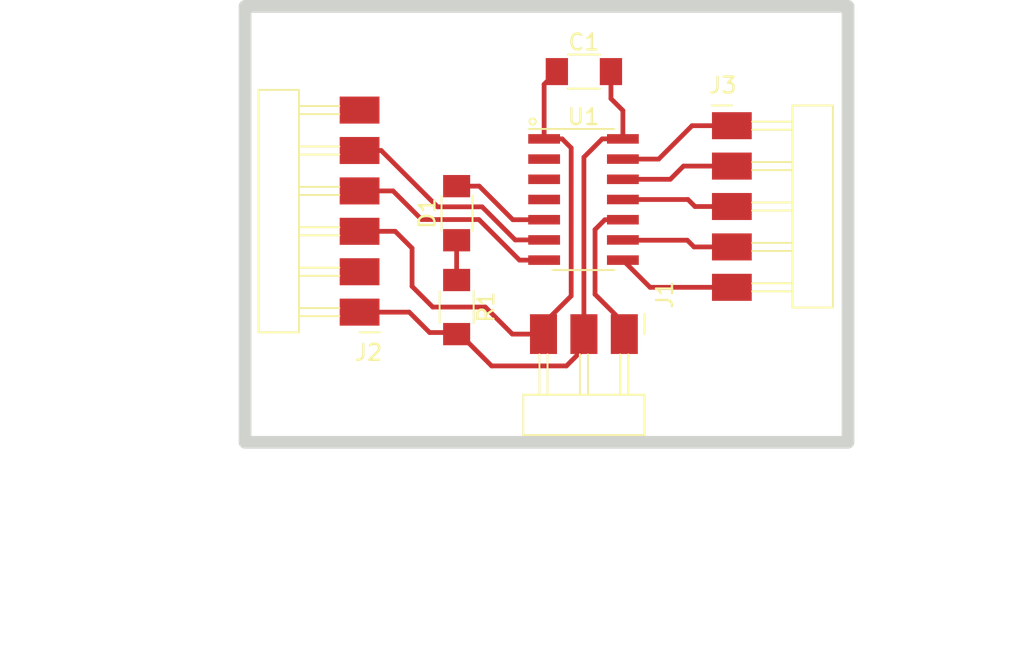
<source format=kicad_pcb>
(kicad_pcb (version 20240108) (generator "pcbnew") (generator_version "8.0")
  (layers (0 "F.Cu" signal) (31 "B.Cu" signal) (34 "B.Paste" user) (35 "F.Paste" user) (36 "B.SilkS" user "B.Silkscreen") (37 "F.SilkS" user "F.Silkscreen") (38 "B.Mask" user) (39 "F.Mask" user) (44 "Edge.Cuts" user))
  (net 0 "")
  (net 1 "VCC")
  (net 2 "GND")
  (net 3 "Net-(D1-K)")
  (net 4 "LED")
  (net 5 "UPDI")
  (net 6 "TX-FTDI")
  (net 7 "RX-FTDI")
  (net 10 "PA4")
  (net 11 "PA6")
  (net 12 "PA3")
  (net 13 "PA2")
  (net 14 "PA5")
  (net 15 "PB0")
  (net 16 "PA1")
  (net 17 "PB1")
  (footprint "fab:LED_1206" (layer "F.Cu") (at 109.5 43.9 90)
    (property "Reference" "D1" (at 0 -1.85 -90) (layer "F.SilkS"))
    (property "Value" "LED_1206")
    (fp_line (start -1.1 -0.95) (end 1.1 -0.95) (stroke (width 0.12)) (layer "F.SilkS"))
    (fp_line (start -1.1 1) (end 1.1 1) (stroke (width 0.12)) (layer "F.SilkS"))
    (pad "1" smd rect (at -1.7 0 90) (size 1.4 1.7) (layers "F.Cu" "F.Paste" "F.Mask") (net 3 "Net-(D1-K)"))
    (pad "2" smd rect (at 1.7 0 90) (size 1.4 1.7) (layers "F.Cu" "F.Paste" "F.Mask") (net 4 "LED"))
  )
  (footprint "fab:R_1206" (layer "F.Cu") (at 109.5 49.8 -90)
    (property "Reference" "R1" (at 0 -1.85 90) (layer "F.SilkS"))
    (property "Value" "1KOhm")
    (fp_line (start 1 1.07) (end -1 1.07) (stroke (width 0.12)) (layer "F.SilkS"))
    (fp_line (start -1 -1.07) (end 1 -1.07) (stroke (width 0.12)) (layer "F.SilkS"))
    (pad "1" smd rect (at -1.7 0 270) (size 1.4 1.7) (layers "F.Cu" "F.Paste" "F.Mask") (net 3 "Net-(D1-K)"))
    (pad "2" smd rect (at 1.7 0 270) (size 1.4 1.7) (layers "F.Cu" "F.Paste" "F.Mask") (net 2 "GND"))
  )
  (footprint "fab:PinHeader_1x05_P2.54mm_Horizontal_SMD" (layer "F.Cu") (at 126.8 38.4)
    (property "Reference" "J3" (at -1.524 -2.54 180) (layer "F.SilkS") (effects (justify left)))
    (property "Value" "Conn_PinHeader_1x05_P2.54mm_Horizontal_SMD")
    (fp_line (start -1.27 -1.27) (end 0 -1.27) (stroke (width 0.12)) (layer "F.SilkS"))
    (fp_line (start 3.81 -1.27) (end 6.35 -1.27) (stroke (width 0.12)) (layer "F.SilkS"))
    (fp_line (start 3.81 -0.254) (end 1.27 -0.254) (stroke (width 0.12)) (layer "F.SilkS"))
    (fp_line (start 3.81 0.254) (end 1.27 0.254) (stroke (width 0.12)) (layer "F.SilkS"))
    (fp_line (start 3.81 2.286) (end 1.27 2.286) (stroke (width 0.12)) (layer "F.SilkS"))
    (fp_line (start 3.81 2.794) (end 1.27 2.794) (stroke (width 0.12)) (layer "F.SilkS"))
    (fp_line (start 3.81 4.826) (end 1.27 4.826) (stroke (width 0.12)) (layer "F.SilkS"))
    (fp_line (start 3.81 5.334) (end 1.27 5.334) (stroke (width 0.12)) (layer "F.SilkS"))
    (fp_line (start 3.81 7.366) (end 1.27 7.366) (stroke (width 0.12)) (layer "F.SilkS"))
    (fp_line (start 3.81 7.874) (end 1.27 7.874) (stroke (width 0.12)) (layer "F.SilkS"))
    (fp_line (start 3.81 9.906) (end 1.27 9.906) (stroke (width 0.12)) (layer "F.SilkS"))
    (fp_line (start 3.81 10.414) (end 1.27 10.414) (stroke (width 0.12)) (layer "F.SilkS"))
    (fp_line (start 3.81 11.43) (end 3.81 -1.27) (stroke (width 0.12)) (layer "F.SilkS"))
    (fp_line (start 6.35 -1.27) (end 6.35 11.43) (stroke (width 0.12)) (layer "F.SilkS"))
    (fp_line (start 6.35 11.43) (end 3.81 11.43) (stroke (width 0.12)) (layer "F.SilkS"))
    (pad "1" smd rect (at 0 0) (size 2.5 1.7) (layers "F.Cu" "F.Paste" "F.Mask") (net 12 "PA3"))
    (pad "2" smd rect (at 0 2.54) (size 2.5 1.7) (layers "F.Cu" "F.Paste" "F.Mask") (net 13 "PA2"))
    (pad "3" smd rect (at 0 5.08) (size 2.5 1.7) (layers "F.Cu" "F.Paste" "F.Mask") (net 16 "PA1"))
    (pad "4" smd rect (at 0 7.62) (size 2.5 1.7) (layers "F.Cu" "F.Paste" "F.Mask") (net 15 "PB0"))
    (pad "5" smd rect (at 0 10.16) (size 2.5 1.7) (layers "F.Cu" "F.Paste" "F.Mask") (net 17 "PB1"))
  )
  (footprint "fab:C_1206" (layer "F.Cu") (at 117.5 35)
    (property "Reference" "C1" (at 0 -1.85 0) (layer "F.SilkS"))
    (property "Value" "C_1206")
    (fp_line (start -1 -1.07) (end 1 -1.07) (stroke (width 0.12)) (layer "F.SilkS"))
    (fp_line (start 1 1.07) (end -1 1.07) (stroke (width 0.12)) (layer "F.SilkS"))
    (pad "1" smd rect (at -1.7 0) (size 1.4 1.7) (layers "F.Cu" "F.Paste" "F.Mask") (net 1 "VCC"))
    (pad "2" smd rect (at 1.7 0) (size 1.4 1.7) (layers "F.Cu" "F.Paste" "F.Mask") (net 2 "GND"))
  )
  (footprint "fab:PinHeader_1x06_P2.54mm_Horizontal_SMD" (layer "F.Cu") (at 103.4 50.12 180)
    (property "Reference" "J2" (at -1.524 -2.54 180) (layer "F.SilkS") (effects (justify right)))
    (property "Value" "Conn_PinHeader_FTDI_1x06_P2.54mm_Horizontal_SMD")
    (fp_line (start 6.35 13.97) (end 3.81 13.97) (stroke (width 0.12)) (layer "F.SilkS"))
    (fp_line (start 6.35 -1.27) (end 6.35 13.97) (stroke (width 0.12)) (layer "F.SilkS"))
    (fp_line (start 3.81 13.97) (end 3.81 -1.27) (stroke (width 0.12)) (layer "F.SilkS"))
    (fp_line (start 3.81 12.954) (end 1.27 12.954) (stroke (width 0.12)) (layer "F.SilkS"))
    (fp_line (start 3.81 12.446) (end 1.27 12.446) (stroke (width 0.12)) (layer "F.SilkS"))
    (fp_line (start 3.81 10.414) (end 1.27 10.414) (stroke (width 0.12)) (layer "F.SilkS"))
    (fp_line (start 3.81 9.906) (end 1.27 9.906) (stroke (width 0.12)) (layer "F.SilkS"))
    (fp_line (start 3.81 7.874) (end 1.27 7.874) (stroke (width 0.12)) (layer "F.SilkS"))
    (fp_line (start 3.81 7.366) (end 1.27 7.366) (stroke (width 0.12)) (layer "F.SilkS"))
    (fp_line (start 3.81 5.334) (end 1.27 5.334) (stroke (width 0.12)) (layer "F.SilkS"))
    (fp_line (start 3.81 4.826) (end 1.27 4.826) (stroke (width 0.12)) (layer "F.SilkS"))
    (fp_line (start 3.81 2.794) (end 1.27 2.794) (stroke (width 0.12)) (layer "F.SilkS"))
    (fp_line (start 3.81 2.286) (end 1.27 2.286) (stroke (width 0.12)) (layer "F.SilkS"))
    (fp_line (start 3.81 0.254) (end 1.27 0.254) (stroke (width 0.12)) (layer "F.SilkS"))
    (fp_line (start 3.81 -0.254) (end 1.27 -0.254) (stroke (width 0.12)) (layer "F.SilkS"))
    (fp_line (start 3.81 -1.27) (end 6.35 -1.27) (stroke (width 0.12)) (layer "F.SilkS"))
    (fp_line (start -1.27 -1.27) (end 0 -1.27) (stroke (width 0.12)) (layer "F.SilkS"))
    (pad "1" smd rect (at 0 0 180) (size 2.5 1.7) (layers "F.Cu" "F.Paste" "F.Mask") (net 2 "GND"))
    (pad "2" smd rect (at 0 2.54 180) (size 2.5 1.7) (layers "F.Cu" "F.Paste" "F.Mask"))
    (pad "3" smd rect (at 0 5.08 180) (size 2.5 1.7) (layers "F.Cu" "F.Paste" "F.Mask") (net 1 "VCC"))
    (pad "4" smd rect (at 0 7.62 180) (size 2.5 1.7) (layers "F.Cu" "F.Paste" "F.Mask") (net 7 "RX-FTDI"))
    (pad "5" smd rect (at 0 10.16 180) (size 2.5 1.7) (layers "F.Cu" "F.Paste" "F.Mask") (net 6 "TX-FTDI"))
    (pad "6" smd rect (at 0 12.7 180) (size 2.5 1.7) (layers "F.Cu" "F.Paste" "F.Mask"))
  )
  (footprint "fab:PinHeader_1x03_P2.54mm_Horizontal_SMD" (layer "F.Cu") (at 120.04 51.5 -90)
    (property "Reference" "J1" (at -1.524 -2.54 90) (layer "F.SilkS") (effects (justify left)))
    (property "Value" "Conn_PinHeader_1x03_P2.54mm_Horizontal_SMD")
    (fp_line (start 3.81 6.35) (end 3.81 -1.27) (stroke (width 0.12)) (layer "F.SilkS"))
    (fp_line (start 6.35 6.35) (end 3.81 6.35) (stroke (width 0.12)) (layer "F.SilkS"))
    (fp_line (start 3.81 5.334) (end 1.27 5.334) (stroke (width 0.12)) (layer "F.SilkS"))
    (fp_line (start 3.81 4.826) (end 1.27 4.826) (stroke (width 0.12)) (layer "F.SilkS"))
    (fp_line (start 3.81 2.794) (end 1.27 2.794) (stroke (width 0.12)) (layer "F.SilkS"))
    (fp_line (start 3.81 2.286) (end 1.27 2.286) (stroke (width 0.12)) (layer "F.SilkS"))
    (fp_line (start 3.81 0.254) (end 1.27 0.254) (stroke (width 0.12)) (layer "F.SilkS"))
    (fp_line (start 3.81 -0.254) (end 1.27 -0.254) (stroke (width 0.12)) (layer "F.SilkS"))
    (fp_line (start -1.27 -1.27) (end 0 -1.27) (stroke (width 0.12)) (layer "F.SilkS"))
    (fp_line (start 3.81 -1.27) (end 6.35 -1.27) (stroke (width 0.12)) (layer "F.SilkS"))
    (fp_line (start 6.35 -1.27) (end 6.35 6.35) (stroke (width 0.12)) (layer "F.SilkS"))
    (pad "1" smd rect (at 0 0 270) (size 2.5 1.7) (layers "F.Cu" "F.Paste" "F.Mask") (net 5 "UPDI"))
    (pad "2" smd rect (at 0 2.54 270) (size 2.5 1.7) (layers "F.Cu" "F.Paste" "F.Mask") (net 2 "GND"))
    (pad "3" smd rect (at 0 5.08 270) (size 2.5 1.7) (layers "F.Cu" "F.Paste" "F.Mask") (net 1 "VCC"))
  )
  (footprint "fab:SOIC-14_3.9x8.7mm_P1.27mm" (layer "F.Cu") (at 117.475 43.04)
    (property "Reference" "U1" (at 0 -5.2 0) (layer "F.SilkS"))
    (property "Value" "Microcontroller_ATtiny1614-SSFR")
    (fp_line (start 0 -4.435) (end -3.45 -4.435) (stroke (width 0.12)) (layer "F.SilkS"))
    (fp_line (start 0 -4.435) (end 1.95 -4.435) (stroke (width 0.12)) (layer "F.SilkS"))
    (fp_line (start 0 4.435) (end -1.95 4.435) (stroke (width 0.12)) (layer "F.SilkS"))
    (fp_line (start 0 4.435) (end 1.95 4.435) (stroke (width 0.12)) (layer "F.SilkS"))
    (fp_circle (center -3.2 -4.9) (end -3.2 -4.7) (stroke (width 0.12)) (fill none) (layer "F.SilkS"))
    (pad "1" smd rect (at -2.475 -3.81) (size 2 0.6) (layers "F.Cu" "F.Paste" "F.Mask") (net 1 "VCC"))
    (pad "2" smd rect (at -2.475 -2.54) (size 2 0.6) (layers "F.Cu" "F.Paste" "F.Mask") (net 10 "PA4"))
    (pad "3" smd rect (at -2.475 -1.27) (size 2 0.6) (layers "F.Cu" "F.Paste" "F.Mask") (net 14 "PA5"))
    (pad "4" smd rect (at -2.475 0) (size 2 0.6) (layers "F.Cu" "F.Paste" "F.Mask") (net 11 "PA6"))
    (pad "5" smd rect (at -2.475 1.27) (size 2 0.6) (layers "F.Cu" "F.Paste" "F.Mask") (net 4 "LED"))
    (pad "6" smd rect (at -2.475 2.54) (size 2 0.6) (layers "F.Cu" "F.Paste" "F.Mask") (net 6 "TX-FTDI"))
    (pad "7" smd rect (at -2.475 3.81) (size 2 0.6) (layers "F.Cu" "F.Paste" "F.Mask") (net 7 "RX-FTDI"))
    (pad "8" smd rect (at 2.475 3.81) (size 2 0.6) (layers "F.Cu" "F.Paste" "F.Mask") (net 17 "PB1"))
    (pad "9" smd rect (at 2.475 2.54) (size 2 0.6) (layers "F.Cu" "F.Paste" "F.Mask") (net 15 "PB0"))
    (pad "10" smd rect (at 2.475 1.27) (size 2 0.6) (layers "F.Cu" "F.Paste" "F.Mask") (net 5 "UPDI"))
    (pad "11" smd rect (at 2.475 0) (size 2 0.6) (layers "F.Cu" "F.Paste" "F.Mask") (net 16 "PA1"))
    (pad "12" smd rect (at 2.475 -1.27) (size 2 0.6) (layers "F.Cu" "F.Paste" "F.Mask") (net 13 "PA2"))
    (pad "13" smd rect (at 2.475 -2.54) (size 2 0.6) (layers "F.Cu" "F.Paste" "F.Mask") (net 12 "PA3"))
    (pad "14" smd rect (at 2.475 -3.81) (size 2 0.6) (layers "F.Cu" "F.Paste" "F.Mask") (net 2 "GND"))
  )
  (gr_rect (start 96.2 30.9) (end 134.1 58.3) (stroke (width 0.8)) (fill none) (layer "Edge.Cuts"))
  (segment (start 111.3 49.8) (end 113 51.5) (width 0.3) (layer "F.Cu") (net 1))
  (segment (start 106.7 46.1) (end 106.7 48.5) (width 0.3) (layer "F.Cu") (net 1))
  (segment (start 108 49.8) (end 111.3 49.8) (width 0.3) (layer "F.Cu") (net 1))
  (segment (start 115.8 35) (end 115 35.8) (width 0.3) (layer "F.Cu") (net 1))
  (segment (start 116.7 49.1) (end 114.96 50.84) (width 0.3) (layer "F.Cu") (net 1))
  (segment (start 115 35.8) (end 115 39.23) (width 0.3) (layer "F.Cu") (net 1))
  (segment (start 116.7 39.8) (end 116.7 49.1) (width 0.3) (layer "F.Cu") (net 1))
  (segment (start 116.13 39.23) (end 116.7 39.8) (width 0.3) (layer "F.Cu") (net 1))
  (segment (start 106.7 48.5) (end 108 49.8) (width 0.3) (layer "F.Cu") (net 1))
  (segment (start 115 39.23) (end 116.13 39.23) (width 0.3) (layer "F.Cu") (net 1))
  (segment (start 103.4 45.04) (end 105.64 45.04) (width 0.3) (layer "F.Cu") (net 1))
  (segment (start 113 51.5) (end 114.96 51.5) (width 0.3) (layer "F.Cu") (net 1))
  (segment (start 114.96 50.84) (end 114.96 51.5) (width 0.3) (layer "F.Cu") (net 1))
  (segment (start 105.64 45.04) (end 106.7 46.1) (width 0.3) (layer "F.Cu") (net 1))
  (segment (start 119.2 36.7) (end 119.95 37.45) (width 0.3) (layer "F.Cu") (net 2))
  (segment (start 116.4 53.5) (end 117.5 52.4) (width 0.3) (layer "F.Cu") (net 2))
  (segment (start 119.95 37.45) (end 119.95 39.23) (width 0.3) (layer "F.Cu") (net 2))
  (segment (start 107.8 51.4) (end 109.6 51.4) (width 0.3) (layer "F.Cu") (net 2))
  (segment (start 106.52 50.12) (end 107.8 51.4) (width 0.3) (layer "F.Cu") (net 2))
  (segment (start 117.5 40.38) (end 117.5 51.5) (width 0.3) (layer "F.Cu") (net 2))
  (segment (start 117.5 52.4) (end 117.5 51.5) (width 0.3) (layer "F.Cu") (net 2))
  (segment (start 109.6 51.4) (end 111.7 53.5) (width 0.3) (layer "F.Cu") (net 2))
  (segment (start 111.7 53.5) (end 116.4 53.5) (width 0.3) (layer "F.Cu") (net 2))
  (segment (start 119.2 35) (end 119.2 36.7) (width 0.3) (layer "F.Cu") (net 2))
  (segment (start 118.65 39.23) (end 117.5 40.38) (width 0.3) (layer "F.Cu") (net 2))
  (segment (start 119.95 39.23) (end 118.65 39.23) (width 0.3) (layer "F.Cu") (net 2))
  (segment (start 103.4 50.12) (end 106.52 50.12) (width 0.3) (layer "F.Cu") (net 2))
  (segment (start 109.5 45.6) (end 109.5 48.1) (width 0.3) (layer "F.Cu") (net 3))
  (segment (start 109.5 42.2) (end 110.92 42.2) (width 0.3) (layer "F.Cu") (net 4))
  (segment (start 110.92 42.2) (end 113.03 44.31) (width 0.3) (layer "F.Cu") (net 4))
  (segment (start 113.03 44.31) (end 115 44.31) (width 0.3) (layer "F.Cu") (net 4))
  (segment (start 118.2 44.93) (end 118.2 49) (width 0.3) (layer "F.Cu") (net 5))
  (segment (start 118.82 44.31) (end 118.2 44.93) (width 0.3) (layer "F.Cu") (net 5))
  (segment (start 118.2 49) (end 120.04 50.84) (width 0.3) (layer "F.Cu") (net 5))
  (segment (start 119.95 44.31) (end 118.82 44.31) (width 0.3) (layer "F.Cu") (net 5))
  (segment (start 120.04 50.84) (end 120.04 51.5) (width 0.3) (layer "F.Cu") (net 5))
  (segment (start 111.1 43.5) (end 113.18 45.58) (width 0.3) (layer "F.Cu") (net 6))
  (segment (start 108.3 43.5) (end 111.1 43.5) (width 0.3) (layer "F.Cu") (net 6))
  (segment (start 104.76 39.96) (end 108.3 43.5) (width 0.3) (layer "F.Cu") (net 6))
  (segment (start 113.18 45.58) (end 115 45.58) (width 0.3) (layer "F.Cu") (net 6))
  (segment (start 103.4 39.96) (end 104.76 39.96) (width 0.3) (layer "F.Cu") (net 6))
  (segment (start 107.3 44.3) (end 110.9 44.3) (width 0.3) (layer "F.Cu") (net 7))
  (segment (start 113.45 46.85) (end 115 46.85) (width 0.3) (layer "F.Cu") (net 7))
  (segment (start 105.5 42.5) (end 107.3 44.3) (width 0.3) (layer "F.Cu") (net 7))
  (segment (start 110.9 44.3) (end 113.45 46.85) (width 0.3) (layer "F.Cu") (net 7))
  (segment (start 103.4 42.5) (end 105.5 42.5) (width 0.3) (layer "F.Cu") (net 7))
  (segment (start 124.3 38.4) (end 126.8 38.4) (width 0.3) (layer "F.Cu") (net 12))
  (segment (start 119.95 40.5) (end 122.2 40.5) (width 0.3) (layer "F.Cu") (net 12))
  (segment (start 122.2 40.5) (end 124.3 38.4) (width 0.3) (layer "F.Cu") (net 12))
  (segment (start 119.95 41.77) (end 122.93 41.77) (width 0.3) (layer "F.Cu") (net 13))
  (segment (start 123.76 40.94) (end 126.8 40.94) (width 0.3) (layer "F.Cu") (net 13))
  (segment (start 122.93 41.77) (end 123.76 40.94) (width 0.3) (layer "F.Cu") (net 13))
  (segment (start 124.42 46.02) (end 126.8 46.02) (width 0.3) (layer "F.Cu") (net 15))
  (segment (start 124 45.6) (end 124.42 46.02) (width 0.3) (layer "F.Cu") (net 15))
  (segment (start 119.95 45.58) (end 119.97 45.6) (width 0.3) (layer "F.Cu") (net 15))
  (segment (start 119.97 45.6) (end 124 45.6) (width 0.3) (layer "F.Cu") (net 15))
  (segment (start 124.04 43.04) (end 124.48 43.48) (width 0.3) (layer "F.Cu") (net 16))
  (segment (start 124.48 43.48) (end 126.8 43.48) (width 0.3) (layer "F.Cu") (net 16))
  (segment (start 119.95 43.04) (end 124.04 43.04) (width 0.3) (layer "F.Cu") (net 16))
  (segment (start 119.95 46.85) (end 121.66 48.56) (width 0.3) (layer "F.Cu") (net 17))
  (segment (start 121.66 48.56) (end 126.8 48.56) (width 0.3) (layer "F.Cu") (net 17))
)
</source>
